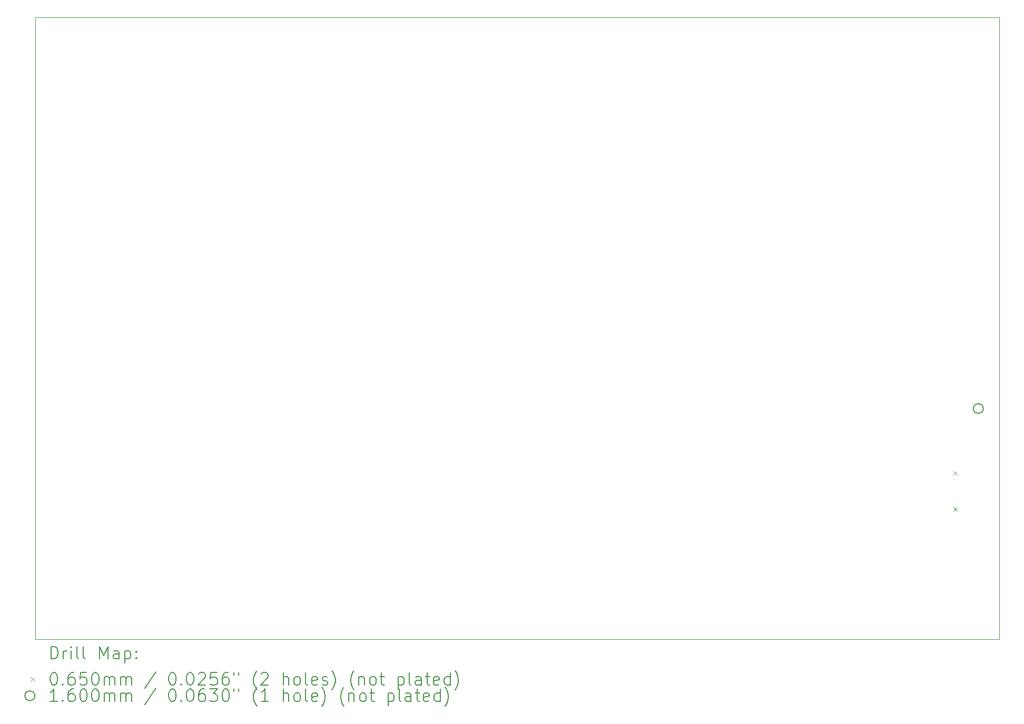
<source format=gbr>
%FSLAX45Y45*%
G04 Gerber Fmt 4.5, Leading zero omitted, Abs format (unit mm)*
G04 Created by KiCad (PCBNEW 6.0.2+dfsg-1) date 2023-03-05 20:32:54*
%MOMM*%
%LPD*%
G01*
G04 APERTURE LIST*
%TA.AperFunction,Profile*%
%ADD10C,0.100000*%
%TD*%
%ADD11C,0.200000*%
%ADD12C,0.065000*%
%ADD13C,0.160000*%
G04 APERTURE END LIST*
D10*
X7110000Y-1332500D02*
X22610000Y-1332500D01*
X22610000Y-1332500D02*
X22610000Y-11332500D01*
X22610000Y-11332500D02*
X7110000Y-11332500D01*
X7110000Y-11332500D02*
X7110000Y-1332500D01*
D11*
D12*
X21865500Y-8629000D02*
X21930500Y-8694000D01*
X21930500Y-8629000D02*
X21865500Y-8694000D01*
X21865500Y-9207000D02*
X21930500Y-9272000D01*
X21930500Y-9207000D02*
X21865500Y-9272000D01*
D13*
X22350000Y-7622500D02*
G75*
G03*
X22350000Y-7622500I-80000J0D01*
G01*
D11*
X7362619Y-11647976D02*
X7362619Y-11447976D01*
X7410238Y-11447976D01*
X7438809Y-11457500D01*
X7457857Y-11476548D01*
X7467381Y-11495595D01*
X7476905Y-11533690D01*
X7476905Y-11562262D01*
X7467381Y-11600357D01*
X7457857Y-11619405D01*
X7438809Y-11638452D01*
X7410238Y-11647976D01*
X7362619Y-11647976D01*
X7562619Y-11647976D02*
X7562619Y-11514643D01*
X7562619Y-11552738D02*
X7572143Y-11533690D01*
X7581667Y-11524167D01*
X7600714Y-11514643D01*
X7619762Y-11514643D01*
X7686428Y-11647976D02*
X7686428Y-11514643D01*
X7686428Y-11447976D02*
X7676905Y-11457500D01*
X7686428Y-11467024D01*
X7695952Y-11457500D01*
X7686428Y-11447976D01*
X7686428Y-11467024D01*
X7810238Y-11647976D02*
X7791190Y-11638452D01*
X7781667Y-11619405D01*
X7781667Y-11447976D01*
X7915000Y-11647976D02*
X7895952Y-11638452D01*
X7886428Y-11619405D01*
X7886428Y-11447976D01*
X8143571Y-11647976D02*
X8143571Y-11447976D01*
X8210238Y-11590833D01*
X8276905Y-11447976D01*
X8276905Y-11647976D01*
X8457857Y-11647976D02*
X8457857Y-11543214D01*
X8448333Y-11524167D01*
X8429286Y-11514643D01*
X8391190Y-11514643D01*
X8372143Y-11524167D01*
X8457857Y-11638452D02*
X8438810Y-11647976D01*
X8391190Y-11647976D01*
X8372143Y-11638452D01*
X8362619Y-11619405D01*
X8362619Y-11600357D01*
X8372143Y-11581309D01*
X8391190Y-11571786D01*
X8438810Y-11571786D01*
X8457857Y-11562262D01*
X8553095Y-11514643D02*
X8553095Y-11714643D01*
X8553095Y-11524167D02*
X8572143Y-11514643D01*
X8610238Y-11514643D01*
X8629286Y-11524167D01*
X8638810Y-11533690D01*
X8648333Y-11552738D01*
X8648333Y-11609881D01*
X8638810Y-11628928D01*
X8629286Y-11638452D01*
X8610238Y-11647976D01*
X8572143Y-11647976D01*
X8553095Y-11638452D01*
X8734048Y-11628928D02*
X8743571Y-11638452D01*
X8734048Y-11647976D01*
X8724524Y-11638452D01*
X8734048Y-11628928D01*
X8734048Y-11647976D01*
X8734048Y-11524167D02*
X8743571Y-11533690D01*
X8734048Y-11543214D01*
X8724524Y-11533690D01*
X8734048Y-11524167D01*
X8734048Y-11543214D01*
D12*
X7040000Y-11945000D02*
X7105000Y-12010000D01*
X7105000Y-11945000D02*
X7040000Y-12010000D01*
D11*
X7400714Y-11867976D02*
X7419762Y-11867976D01*
X7438809Y-11877500D01*
X7448333Y-11887024D01*
X7457857Y-11906071D01*
X7467381Y-11944167D01*
X7467381Y-11991786D01*
X7457857Y-12029881D01*
X7448333Y-12048928D01*
X7438809Y-12058452D01*
X7419762Y-12067976D01*
X7400714Y-12067976D01*
X7381667Y-12058452D01*
X7372143Y-12048928D01*
X7362619Y-12029881D01*
X7353095Y-11991786D01*
X7353095Y-11944167D01*
X7362619Y-11906071D01*
X7372143Y-11887024D01*
X7381667Y-11877500D01*
X7400714Y-11867976D01*
X7553095Y-12048928D02*
X7562619Y-12058452D01*
X7553095Y-12067976D01*
X7543571Y-12058452D01*
X7553095Y-12048928D01*
X7553095Y-12067976D01*
X7734048Y-11867976D02*
X7695952Y-11867976D01*
X7676905Y-11877500D01*
X7667381Y-11887024D01*
X7648333Y-11915595D01*
X7638809Y-11953690D01*
X7638809Y-12029881D01*
X7648333Y-12048928D01*
X7657857Y-12058452D01*
X7676905Y-12067976D01*
X7715000Y-12067976D01*
X7734048Y-12058452D01*
X7743571Y-12048928D01*
X7753095Y-12029881D01*
X7753095Y-11982262D01*
X7743571Y-11963214D01*
X7734048Y-11953690D01*
X7715000Y-11944167D01*
X7676905Y-11944167D01*
X7657857Y-11953690D01*
X7648333Y-11963214D01*
X7638809Y-11982262D01*
X7934048Y-11867976D02*
X7838809Y-11867976D01*
X7829286Y-11963214D01*
X7838809Y-11953690D01*
X7857857Y-11944167D01*
X7905476Y-11944167D01*
X7924524Y-11953690D01*
X7934048Y-11963214D01*
X7943571Y-11982262D01*
X7943571Y-12029881D01*
X7934048Y-12048928D01*
X7924524Y-12058452D01*
X7905476Y-12067976D01*
X7857857Y-12067976D01*
X7838809Y-12058452D01*
X7829286Y-12048928D01*
X8067381Y-11867976D02*
X8086428Y-11867976D01*
X8105476Y-11877500D01*
X8115000Y-11887024D01*
X8124524Y-11906071D01*
X8134048Y-11944167D01*
X8134048Y-11991786D01*
X8124524Y-12029881D01*
X8115000Y-12048928D01*
X8105476Y-12058452D01*
X8086428Y-12067976D01*
X8067381Y-12067976D01*
X8048333Y-12058452D01*
X8038809Y-12048928D01*
X8029286Y-12029881D01*
X8019762Y-11991786D01*
X8019762Y-11944167D01*
X8029286Y-11906071D01*
X8038809Y-11887024D01*
X8048333Y-11877500D01*
X8067381Y-11867976D01*
X8219762Y-12067976D02*
X8219762Y-11934643D01*
X8219762Y-11953690D02*
X8229286Y-11944167D01*
X8248333Y-11934643D01*
X8276905Y-11934643D01*
X8295952Y-11944167D01*
X8305476Y-11963214D01*
X8305476Y-12067976D01*
X8305476Y-11963214D02*
X8315000Y-11944167D01*
X8334048Y-11934643D01*
X8362619Y-11934643D01*
X8381667Y-11944167D01*
X8391190Y-11963214D01*
X8391190Y-12067976D01*
X8486429Y-12067976D02*
X8486429Y-11934643D01*
X8486429Y-11953690D02*
X8495952Y-11944167D01*
X8515000Y-11934643D01*
X8543571Y-11934643D01*
X8562619Y-11944167D01*
X8572143Y-11963214D01*
X8572143Y-12067976D01*
X8572143Y-11963214D02*
X8581667Y-11944167D01*
X8600714Y-11934643D01*
X8629286Y-11934643D01*
X8648333Y-11944167D01*
X8657857Y-11963214D01*
X8657857Y-12067976D01*
X9048333Y-11858452D02*
X8876905Y-12115595D01*
X9305476Y-11867976D02*
X9324524Y-11867976D01*
X9343571Y-11877500D01*
X9353095Y-11887024D01*
X9362619Y-11906071D01*
X9372143Y-11944167D01*
X9372143Y-11991786D01*
X9362619Y-12029881D01*
X9353095Y-12048928D01*
X9343571Y-12058452D01*
X9324524Y-12067976D01*
X9305476Y-12067976D01*
X9286429Y-12058452D01*
X9276905Y-12048928D01*
X9267381Y-12029881D01*
X9257857Y-11991786D01*
X9257857Y-11944167D01*
X9267381Y-11906071D01*
X9276905Y-11887024D01*
X9286429Y-11877500D01*
X9305476Y-11867976D01*
X9457857Y-12048928D02*
X9467381Y-12058452D01*
X9457857Y-12067976D01*
X9448333Y-12058452D01*
X9457857Y-12048928D01*
X9457857Y-12067976D01*
X9591190Y-11867976D02*
X9610238Y-11867976D01*
X9629286Y-11877500D01*
X9638810Y-11887024D01*
X9648333Y-11906071D01*
X9657857Y-11944167D01*
X9657857Y-11991786D01*
X9648333Y-12029881D01*
X9638810Y-12048928D01*
X9629286Y-12058452D01*
X9610238Y-12067976D01*
X9591190Y-12067976D01*
X9572143Y-12058452D01*
X9562619Y-12048928D01*
X9553095Y-12029881D01*
X9543571Y-11991786D01*
X9543571Y-11944167D01*
X9553095Y-11906071D01*
X9562619Y-11887024D01*
X9572143Y-11877500D01*
X9591190Y-11867976D01*
X9734048Y-11887024D02*
X9743571Y-11877500D01*
X9762619Y-11867976D01*
X9810238Y-11867976D01*
X9829286Y-11877500D01*
X9838810Y-11887024D01*
X9848333Y-11906071D01*
X9848333Y-11925119D01*
X9838810Y-11953690D01*
X9724524Y-12067976D01*
X9848333Y-12067976D01*
X10029286Y-11867976D02*
X9934048Y-11867976D01*
X9924524Y-11963214D01*
X9934048Y-11953690D01*
X9953095Y-11944167D01*
X10000714Y-11944167D01*
X10019762Y-11953690D01*
X10029286Y-11963214D01*
X10038810Y-11982262D01*
X10038810Y-12029881D01*
X10029286Y-12048928D01*
X10019762Y-12058452D01*
X10000714Y-12067976D01*
X9953095Y-12067976D01*
X9934048Y-12058452D01*
X9924524Y-12048928D01*
X10210238Y-11867976D02*
X10172143Y-11867976D01*
X10153095Y-11877500D01*
X10143571Y-11887024D01*
X10124524Y-11915595D01*
X10115000Y-11953690D01*
X10115000Y-12029881D01*
X10124524Y-12048928D01*
X10134048Y-12058452D01*
X10153095Y-12067976D01*
X10191190Y-12067976D01*
X10210238Y-12058452D01*
X10219762Y-12048928D01*
X10229286Y-12029881D01*
X10229286Y-11982262D01*
X10219762Y-11963214D01*
X10210238Y-11953690D01*
X10191190Y-11944167D01*
X10153095Y-11944167D01*
X10134048Y-11953690D01*
X10124524Y-11963214D01*
X10115000Y-11982262D01*
X10305476Y-11867976D02*
X10305476Y-11906071D01*
X10381667Y-11867976D02*
X10381667Y-11906071D01*
X10676905Y-12144167D02*
X10667381Y-12134643D01*
X10648333Y-12106071D01*
X10638810Y-12087024D01*
X10629286Y-12058452D01*
X10619762Y-12010833D01*
X10619762Y-11972738D01*
X10629286Y-11925119D01*
X10638810Y-11896548D01*
X10648333Y-11877500D01*
X10667381Y-11848928D01*
X10676905Y-11839405D01*
X10743571Y-11887024D02*
X10753095Y-11877500D01*
X10772143Y-11867976D01*
X10819762Y-11867976D01*
X10838810Y-11877500D01*
X10848333Y-11887024D01*
X10857857Y-11906071D01*
X10857857Y-11925119D01*
X10848333Y-11953690D01*
X10734048Y-12067976D01*
X10857857Y-12067976D01*
X11095952Y-12067976D02*
X11095952Y-11867976D01*
X11181667Y-12067976D02*
X11181667Y-11963214D01*
X11172143Y-11944167D01*
X11153095Y-11934643D01*
X11124524Y-11934643D01*
X11105476Y-11944167D01*
X11095952Y-11953690D01*
X11305476Y-12067976D02*
X11286428Y-12058452D01*
X11276905Y-12048928D01*
X11267381Y-12029881D01*
X11267381Y-11972738D01*
X11276905Y-11953690D01*
X11286428Y-11944167D01*
X11305476Y-11934643D01*
X11334048Y-11934643D01*
X11353095Y-11944167D01*
X11362619Y-11953690D01*
X11372143Y-11972738D01*
X11372143Y-12029881D01*
X11362619Y-12048928D01*
X11353095Y-12058452D01*
X11334048Y-12067976D01*
X11305476Y-12067976D01*
X11486428Y-12067976D02*
X11467381Y-12058452D01*
X11457857Y-12039405D01*
X11457857Y-11867976D01*
X11638809Y-12058452D02*
X11619762Y-12067976D01*
X11581667Y-12067976D01*
X11562619Y-12058452D01*
X11553095Y-12039405D01*
X11553095Y-11963214D01*
X11562619Y-11944167D01*
X11581667Y-11934643D01*
X11619762Y-11934643D01*
X11638809Y-11944167D01*
X11648333Y-11963214D01*
X11648333Y-11982262D01*
X11553095Y-12001309D01*
X11724524Y-12058452D02*
X11743571Y-12067976D01*
X11781667Y-12067976D01*
X11800714Y-12058452D01*
X11810238Y-12039405D01*
X11810238Y-12029881D01*
X11800714Y-12010833D01*
X11781667Y-12001309D01*
X11753095Y-12001309D01*
X11734048Y-11991786D01*
X11724524Y-11972738D01*
X11724524Y-11963214D01*
X11734048Y-11944167D01*
X11753095Y-11934643D01*
X11781667Y-11934643D01*
X11800714Y-11944167D01*
X11876905Y-12144167D02*
X11886428Y-12134643D01*
X11905476Y-12106071D01*
X11915000Y-12087024D01*
X11924524Y-12058452D01*
X11934048Y-12010833D01*
X11934048Y-11972738D01*
X11924524Y-11925119D01*
X11915000Y-11896548D01*
X11905476Y-11877500D01*
X11886428Y-11848928D01*
X11876905Y-11839405D01*
X12238809Y-12144167D02*
X12229286Y-12134643D01*
X12210238Y-12106071D01*
X12200714Y-12087024D01*
X12191190Y-12058452D01*
X12181667Y-12010833D01*
X12181667Y-11972738D01*
X12191190Y-11925119D01*
X12200714Y-11896548D01*
X12210238Y-11877500D01*
X12229286Y-11848928D01*
X12238809Y-11839405D01*
X12315000Y-11934643D02*
X12315000Y-12067976D01*
X12315000Y-11953690D02*
X12324524Y-11944167D01*
X12343571Y-11934643D01*
X12372143Y-11934643D01*
X12391190Y-11944167D01*
X12400714Y-11963214D01*
X12400714Y-12067976D01*
X12524524Y-12067976D02*
X12505476Y-12058452D01*
X12495952Y-12048928D01*
X12486428Y-12029881D01*
X12486428Y-11972738D01*
X12495952Y-11953690D01*
X12505476Y-11944167D01*
X12524524Y-11934643D01*
X12553095Y-11934643D01*
X12572143Y-11944167D01*
X12581667Y-11953690D01*
X12591190Y-11972738D01*
X12591190Y-12029881D01*
X12581667Y-12048928D01*
X12572143Y-12058452D01*
X12553095Y-12067976D01*
X12524524Y-12067976D01*
X12648333Y-11934643D02*
X12724524Y-11934643D01*
X12676905Y-11867976D02*
X12676905Y-12039405D01*
X12686428Y-12058452D01*
X12705476Y-12067976D01*
X12724524Y-12067976D01*
X12943571Y-11934643D02*
X12943571Y-12134643D01*
X12943571Y-11944167D02*
X12962619Y-11934643D01*
X13000714Y-11934643D01*
X13019762Y-11944167D01*
X13029286Y-11953690D01*
X13038809Y-11972738D01*
X13038809Y-12029881D01*
X13029286Y-12048928D01*
X13019762Y-12058452D01*
X13000714Y-12067976D01*
X12962619Y-12067976D01*
X12943571Y-12058452D01*
X13153095Y-12067976D02*
X13134048Y-12058452D01*
X13124524Y-12039405D01*
X13124524Y-11867976D01*
X13315000Y-12067976D02*
X13315000Y-11963214D01*
X13305476Y-11944167D01*
X13286428Y-11934643D01*
X13248333Y-11934643D01*
X13229286Y-11944167D01*
X13315000Y-12058452D02*
X13295952Y-12067976D01*
X13248333Y-12067976D01*
X13229286Y-12058452D01*
X13219762Y-12039405D01*
X13219762Y-12020357D01*
X13229286Y-12001309D01*
X13248333Y-11991786D01*
X13295952Y-11991786D01*
X13315000Y-11982262D01*
X13381667Y-11934643D02*
X13457857Y-11934643D01*
X13410238Y-11867976D02*
X13410238Y-12039405D01*
X13419762Y-12058452D01*
X13438809Y-12067976D01*
X13457857Y-12067976D01*
X13600714Y-12058452D02*
X13581667Y-12067976D01*
X13543571Y-12067976D01*
X13524524Y-12058452D01*
X13515000Y-12039405D01*
X13515000Y-11963214D01*
X13524524Y-11944167D01*
X13543571Y-11934643D01*
X13581667Y-11934643D01*
X13600714Y-11944167D01*
X13610238Y-11963214D01*
X13610238Y-11982262D01*
X13515000Y-12001309D01*
X13781667Y-12067976D02*
X13781667Y-11867976D01*
X13781667Y-12058452D02*
X13762619Y-12067976D01*
X13724524Y-12067976D01*
X13705476Y-12058452D01*
X13695952Y-12048928D01*
X13686428Y-12029881D01*
X13686428Y-11972738D01*
X13695952Y-11953690D01*
X13705476Y-11944167D01*
X13724524Y-11934643D01*
X13762619Y-11934643D01*
X13781667Y-11944167D01*
X13857857Y-12144167D02*
X13867381Y-12134643D01*
X13886428Y-12106071D01*
X13895952Y-12087024D01*
X13905476Y-12058452D01*
X13915000Y-12010833D01*
X13915000Y-11972738D01*
X13905476Y-11925119D01*
X13895952Y-11896548D01*
X13886428Y-11877500D01*
X13867381Y-11848928D01*
X13857857Y-11839405D01*
D13*
X7105000Y-12241500D02*
G75*
G03*
X7105000Y-12241500I-80000J0D01*
G01*
D11*
X7467381Y-12331976D02*
X7353095Y-12331976D01*
X7410238Y-12331976D02*
X7410238Y-12131976D01*
X7391190Y-12160548D01*
X7372143Y-12179595D01*
X7353095Y-12189119D01*
X7553095Y-12312928D02*
X7562619Y-12322452D01*
X7553095Y-12331976D01*
X7543571Y-12322452D01*
X7553095Y-12312928D01*
X7553095Y-12331976D01*
X7734048Y-12131976D02*
X7695952Y-12131976D01*
X7676905Y-12141500D01*
X7667381Y-12151024D01*
X7648333Y-12179595D01*
X7638809Y-12217690D01*
X7638809Y-12293881D01*
X7648333Y-12312928D01*
X7657857Y-12322452D01*
X7676905Y-12331976D01*
X7715000Y-12331976D01*
X7734048Y-12322452D01*
X7743571Y-12312928D01*
X7753095Y-12293881D01*
X7753095Y-12246262D01*
X7743571Y-12227214D01*
X7734048Y-12217690D01*
X7715000Y-12208167D01*
X7676905Y-12208167D01*
X7657857Y-12217690D01*
X7648333Y-12227214D01*
X7638809Y-12246262D01*
X7876905Y-12131976D02*
X7895952Y-12131976D01*
X7915000Y-12141500D01*
X7924524Y-12151024D01*
X7934048Y-12170071D01*
X7943571Y-12208167D01*
X7943571Y-12255786D01*
X7934048Y-12293881D01*
X7924524Y-12312928D01*
X7915000Y-12322452D01*
X7895952Y-12331976D01*
X7876905Y-12331976D01*
X7857857Y-12322452D01*
X7848333Y-12312928D01*
X7838809Y-12293881D01*
X7829286Y-12255786D01*
X7829286Y-12208167D01*
X7838809Y-12170071D01*
X7848333Y-12151024D01*
X7857857Y-12141500D01*
X7876905Y-12131976D01*
X8067381Y-12131976D02*
X8086428Y-12131976D01*
X8105476Y-12141500D01*
X8115000Y-12151024D01*
X8124524Y-12170071D01*
X8134048Y-12208167D01*
X8134048Y-12255786D01*
X8124524Y-12293881D01*
X8115000Y-12312928D01*
X8105476Y-12322452D01*
X8086428Y-12331976D01*
X8067381Y-12331976D01*
X8048333Y-12322452D01*
X8038809Y-12312928D01*
X8029286Y-12293881D01*
X8019762Y-12255786D01*
X8019762Y-12208167D01*
X8029286Y-12170071D01*
X8038809Y-12151024D01*
X8048333Y-12141500D01*
X8067381Y-12131976D01*
X8219762Y-12331976D02*
X8219762Y-12198643D01*
X8219762Y-12217690D02*
X8229286Y-12208167D01*
X8248333Y-12198643D01*
X8276905Y-12198643D01*
X8295952Y-12208167D01*
X8305476Y-12227214D01*
X8305476Y-12331976D01*
X8305476Y-12227214D02*
X8315000Y-12208167D01*
X8334048Y-12198643D01*
X8362619Y-12198643D01*
X8381667Y-12208167D01*
X8391190Y-12227214D01*
X8391190Y-12331976D01*
X8486429Y-12331976D02*
X8486429Y-12198643D01*
X8486429Y-12217690D02*
X8495952Y-12208167D01*
X8515000Y-12198643D01*
X8543571Y-12198643D01*
X8562619Y-12208167D01*
X8572143Y-12227214D01*
X8572143Y-12331976D01*
X8572143Y-12227214D02*
X8581667Y-12208167D01*
X8600714Y-12198643D01*
X8629286Y-12198643D01*
X8648333Y-12208167D01*
X8657857Y-12227214D01*
X8657857Y-12331976D01*
X9048333Y-12122452D02*
X8876905Y-12379595D01*
X9305476Y-12131976D02*
X9324524Y-12131976D01*
X9343571Y-12141500D01*
X9353095Y-12151024D01*
X9362619Y-12170071D01*
X9372143Y-12208167D01*
X9372143Y-12255786D01*
X9362619Y-12293881D01*
X9353095Y-12312928D01*
X9343571Y-12322452D01*
X9324524Y-12331976D01*
X9305476Y-12331976D01*
X9286429Y-12322452D01*
X9276905Y-12312928D01*
X9267381Y-12293881D01*
X9257857Y-12255786D01*
X9257857Y-12208167D01*
X9267381Y-12170071D01*
X9276905Y-12151024D01*
X9286429Y-12141500D01*
X9305476Y-12131976D01*
X9457857Y-12312928D02*
X9467381Y-12322452D01*
X9457857Y-12331976D01*
X9448333Y-12322452D01*
X9457857Y-12312928D01*
X9457857Y-12331976D01*
X9591190Y-12131976D02*
X9610238Y-12131976D01*
X9629286Y-12141500D01*
X9638810Y-12151024D01*
X9648333Y-12170071D01*
X9657857Y-12208167D01*
X9657857Y-12255786D01*
X9648333Y-12293881D01*
X9638810Y-12312928D01*
X9629286Y-12322452D01*
X9610238Y-12331976D01*
X9591190Y-12331976D01*
X9572143Y-12322452D01*
X9562619Y-12312928D01*
X9553095Y-12293881D01*
X9543571Y-12255786D01*
X9543571Y-12208167D01*
X9553095Y-12170071D01*
X9562619Y-12151024D01*
X9572143Y-12141500D01*
X9591190Y-12131976D01*
X9829286Y-12131976D02*
X9791190Y-12131976D01*
X9772143Y-12141500D01*
X9762619Y-12151024D01*
X9743571Y-12179595D01*
X9734048Y-12217690D01*
X9734048Y-12293881D01*
X9743571Y-12312928D01*
X9753095Y-12322452D01*
X9772143Y-12331976D01*
X9810238Y-12331976D01*
X9829286Y-12322452D01*
X9838810Y-12312928D01*
X9848333Y-12293881D01*
X9848333Y-12246262D01*
X9838810Y-12227214D01*
X9829286Y-12217690D01*
X9810238Y-12208167D01*
X9772143Y-12208167D01*
X9753095Y-12217690D01*
X9743571Y-12227214D01*
X9734048Y-12246262D01*
X9915000Y-12131976D02*
X10038810Y-12131976D01*
X9972143Y-12208167D01*
X10000714Y-12208167D01*
X10019762Y-12217690D01*
X10029286Y-12227214D01*
X10038810Y-12246262D01*
X10038810Y-12293881D01*
X10029286Y-12312928D01*
X10019762Y-12322452D01*
X10000714Y-12331976D01*
X9943571Y-12331976D01*
X9924524Y-12322452D01*
X9915000Y-12312928D01*
X10162619Y-12131976D02*
X10181667Y-12131976D01*
X10200714Y-12141500D01*
X10210238Y-12151024D01*
X10219762Y-12170071D01*
X10229286Y-12208167D01*
X10229286Y-12255786D01*
X10219762Y-12293881D01*
X10210238Y-12312928D01*
X10200714Y-12322452D01*
X10181667Y-12331976D01*
X10162619Y-12331976D01*
X10143571Y-12322452D01*
X10134048Y-12312928D01*
X10124524Y-12293881D01*
X10115000Y-12255786D01*
X10115000Y-12208167D01*
X10124524Y-12170071D01*
X10134048Y-12151024D01*
X10143571Y-12141500D01*
X10162619Y-12131976D01*
X10305476Y-12131976D02*
X10305476Y-12170071D01*
X10381667Y-12131976D02*
X10381667Y-12170071D01*
X10676905Y-12408167D02*
X10667381Y-12398643D01*
X10648333Y-12370071D01*
X10638810Y-12351024D01*
X10629286Y-12322452D01*
X10619762Y-12274833D01*
X10619762Y-12236738D01*
X10629286Y-12189119D01*
X10638810Y-12160548D01*
X10648333Y-12141500D01*
X10667381Y-12112928D01*
X10676905Y-12103405D01*
X10857857Y-12331976D02*
X10743571Y-12331976D01*
X10800714Y-12331976D02*
X10800714Y-12131976D01*
X10781667Y-12160548D01*
X10762619Y-12179595D01*
X10743571Y-12189119D01*
X11095952Y-12331976D02*
X11095952Y-12131976D01*
X11181667Y-12331976D02*
X11181667Y-12227214D01*
X11172143Y-12208167D01*
X11153095Y-12198643D01*
X11124524Y-12198643D01*
X11105476Y-12208167D01*
X11095952Y-12217690D01*
X11305476Y-12331976D02*
X11286428Y-12322452D01*
X11276905Y-12312928D01*
X11267381Y-12293881D01*
X11267381Y-12236738D01*
X11276905Y-12217690D01*
X11286428Y-12208167D01*
X11305476Y-12198643D01*
X11334048Y-12198643D01*
X11353095Y-12208167D01*
X11362619Y-12217690D01*
X11372143Y-12236738D01*
X11372143Y-12293881D01*
X11362619Y-12312928D01*
X11353095Y-12322452D01*
X11334048Y-12331976D01*
X11305476Y-12331976D01*
X11486428Y-12331976D02*
X11467381Y-12322452D01*
X11457857Y-12303405D01*
X11457857Y-12131976D01*
X11638809Y-12322452D02*
X11619762Y-12331976D01*
X11581667Y-12331976D01*
X11562619Y-12322452D01*
X11553095Y-12303405D01*
X11553095Y-12227214D01*
X11562619Y-12208167D01*
X11581667Y-12198643D01*
X11619762Y-12198643D01*
X11638809Y-12208167D01*
X11648333Y-12227214D01*
X11648333Y-12246262D01*
X11553095Y-12265309D01*
X11715000Y-12408167D02*
X11724524Y-12398643D01*
X11743571Y-12370071D01*
X11753095Y-12351024D01*
X11762619Y-12322452D01*
X11772143Y-12274833D01*
X11772143Y-12236738D01*
X11762619Y-12189119D01*
X11753095Y-12160548D01*
X11743571Y-12141500D01*
X11724524Y-12112928D01*
X11715000Y-12103405D01*
X12076905Y-12408167D02*
X12067381Y-12398643D01*
X12048333Y-12370071D01*
X12038809Y-12351024D01*
X12029286Y-12322452D01*
X12019762Y-12274833D01*
X12019762Y-12236738D01*
X12029286Y-12189119D01*
X12038809Y-12160548D01*
X12048333Y-12141500D01*
X12067381Y-12112928D01*
X12076905Y-12103405D01*
X12153095Y-12198643D02*
X12153095Y-12331976D01*
X12153095Y-12217690D02*
X12162619Y-12208167D01*
X12181667Y-12198643D01*
X12210238Y-12198643D01*
X12229286Y-12208167D01*
X12238809Y-12227214D01*
X12238809Y-12331976D01*
X12362619Y-12331976D02*
X12343571Y-12322452D01*
X12334048Y-12312928D01*
X12324524Y-12293881D01*
X12324524Y-12236738D01*
X12334048Y-12217690D01*
X12343571Y-12208167D01*
X12362619Y-12198643D01*
X12391190Y-12198643D01*
X12410238Y-12208167D01*
X12419762Y-12217690D01*
X12429286Y-12236738D01*
X12429286Y-12293881D01*
X12419762Y-12312928D01*
X12410238Y-12322452D01*
X12391190Y-12331976D01*
X12362619Y-12331976D01*
X12486428Y-12198643D02*
X12562619Y-12198643D01*
X12515000Y-12131976D02*
X12515000Y-12303405D01*
X12524524Y-12322452D01*
X12543571Y-12331976D01*
X12562619Y-12331976D01*
X12781667Y-12198643D02*
X12781667Y-12398643D01*
X12781667Y-12208167D02*
X12800714Y-12198643D01*
X12838809Y-12198643D01*
X12857857Y-12208167D01*
X12867381Y-12217690D01*
X12876905Y-12236738D01*
X12876905Y-12293881D01*
X12867381Y-12312928D01*
X12857857Y-12322452D01*
X12838809Y-12331976D01*
X12800714Y-12331976D01*
X12781667Y-12322452D01*
X12991190Y-12331976D02*
X12972143Y-12322452D01*
X12962619Y-12303405D01*
X12962619Y-12131976D01*
X13153095Y-12331976D02*
X13153095Y-12227214D01*
X13143571Y-12208167D01*
X13124524Y-12198643D01*
X13086428Y-12198643D01*
X13067381Y-12208167D01*
X13153095Y-12322452D02*
X13134048Y-12331976D01*
X13086428Y-12331976D01*
X13067381Y-12322452D01*
X13057857Y-12303405D01*
X13057857Y-12284357D01*
X13067381Y-12265309D01*
X13086428Y-12255786D01*
X13134048Y-12255786D01*
X13153095Y-12246262D01*
X13219762Y-12198643D02*
X13295952Y-12198643D01*
X13248333Y-12131976D02*
X13248333Y-12303405D01*
X13257857Y-12322452D01*
X13276905Y-12331976D01*
X13295952Y-12331976D01*
X13438809Y-12322452D02*
X13419762Y-12331976D01*
X13381667Y-12331976D01*
X13362619Y-12322452D01*
X13353095Y-12303405D01*
X13353095Y-12227214D01*
X13362619Y-12208167D01*
X13381667Y-12198643D01*
X13419762Y-12198643D01*
X13438809Y-12208167D01*
X13448333Y-12227214D01*
X13448333Y-12246262D01*
X13353095Y-12265309D01*
X13619762Y-12331976D02*
X13619762Y-12131976D01*
X13619762Y-12322452D02*
X13600714Y-12331976D01*
X13562619Y-12331976D01*
X13543571Y-12322452D01*
X13534048Y-12312928D01*
X13524524Y-12293881D01*
X13524524Y-12236738D01*
X13534048Y-12217690D01*
X13543571Y-12208167D01*
X13562619Y-12198643D01*
X13600714Y-12198643D01*
X13619762Y-12208167D01*
X13695952Y-12408167D02*
X13705476Y-12398643D01*
X13724524Y-12370071D01*
X13734048Y-12351024D01*
X13743571Y-12322452D01*
X13753095Y-12274833D01*
X13753095Y-12236738D01*
X13743571Y-12189119D01*
X13734048Y-12160548D01*
X13724524Y-12141500D01*
X13705476Y-12112928D01*
X13695952Y-12103405D01*
M02*

</source>
